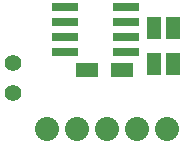
<source format=gbs>
G75*
%MOIN*%
%OFA0B0*%
%FSLAX25Y25*%
%IPPOS*%
%LPD*%
%AMOC8*
5,1,8,0,0,1.08239X$1,22.5*
%
%ADD10R,0.05124X0.07487*%
%ADD11C,0.08000*%
%ADD12R,0.07487X0.05124*%
%ADD13R,0.09061X0.02762*%
%ADD14C,0.05600*%
D10*
X0059000Y0028125D03*
X0065500Y0028125D03*
X0065500Y0039928D03*
X0059000Y0039928D03*
D11*
X0023500Y0006526D03*
X0033500Y0006526D03*
X0043500Y0006526D03*
X0053500Y0006526D03*
X0063500Y0006526D03*
D12*
X0048402Y0026026D03*
X0036598Y0026026D03*
D13*
X0029264Y0032026D03*
X0029264Y0037026D03*
X0029264Y0042026D03*
X0029264Y0047026D03*
X0049736Y0047026D03*
X0049736Y0042026D03*
X0049736Y0037026D03*
X0049736Y0032026D03*
D14*
X0012000Y0028526D03*
X0012000Y0018526D03*
M02*

</source>
